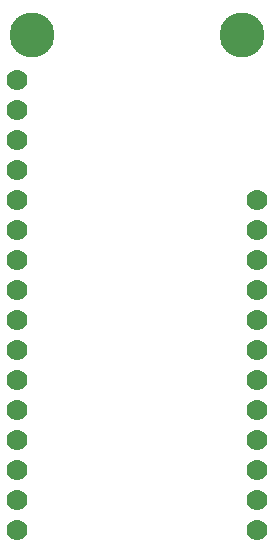
<source format=gbr>
%TF.GenerationSoftware,KiCad,Pcbnew,(5.1.6)-1*%
%TF.CreationDate,2020-11-16T00:09:50-08:00*%
%TF.ProjectId,Wireless-Keyboard,57697265-6c65-4737-932d-4b6579626f61,rev?*%
%TF.SameCoordinates,Original*%
%TF.FileFunction,Paste,Top*%
%TF.FilePolarity,Positive*%
%FSLAX46Y46*%
G04 Gerber Fmt 4.6, Leading zero omitted, Abs format (unit mm)*
G04 Created by KiCad (PCBNEW (5.1.6)-1) date 2020-11-16 00:09:50*
%MOMM*%
%LPD*%
G01*
G04 APERTURE LIST*
%ADD10C,3.810000*%
%ADD11C,1.778000*%
G04 APERTURE END LIST*
D10*
%TO.C,MS1*%
X43540000Y-101540000D03*
X61320000Y-101540000D03*
D11*
X62590000Y-115510000D03*
X62590000Y-118050000D03*
X62590000Y-120590000D03*
X62590000Y-123130000D03*
X62590000Y-125670000D03*
X62590000Y-128210000D03*
X62590000Y-130750000D03*
X62590000Y-133290000D03*
X62590000Y-135830000D03*
X62590000Y-138370000D03*
X62590000Y-140910000D03*
X62590000Y-143450000D03*
X42270000Y-143450000D03*
X42270000Y-140910000D03*
X42270000Y-138370000D03*
X42270000Y-135830000D03*
X42270000Y-133290000D03*
X42270000Y-130750000D03*
X42270000Y-128210000D03*
X42270000Y-125670000D03*
X42270000Y-123130000D03*
X42270000Y-120590000D03*
X42270000Y-118050000D03*
X42270000Y-115510000D03*
X42270000Y-112970000D03*
X42270000Y-110430000D03*
X42270000Y-107890000D03*
X42270000Y-105350000D03*
%TD*%
M02*

</source>
